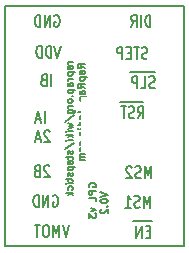
<source format=gbo>
G04 (created by PCBNEW (2013-07-07 BZR 4022)-stable) date 19-01-2014 11:17:58 PM*
%MOIN*%
G04 Gerber Fmt 3.4, Leading zero omitted, Abs format*
%FSLAX34Y34*%
G01*
G70*
G90*
G04 APERTURE LIST*
%ADD10C,0.00590551*%
%ADD11C,0.0059*%
%ADD12C,0.0071*%
%ADD13C,0.007875*%
%ADD14C,0.0079*%
%ADD15C,0.005*%
%ADD16R,0.1184X0.1901*%
%ADD17C,0.075*%
G04 APERTURE END LIST*
G54D10*
G54D11*
X2749Y5979D02*
X2636Y6058D01*
X2749Y6114D02*
X2513Y6114D01*
X2513Y6024D01*
X2524Y6002D01*
X2535Y5990D01*
X2558Y5979D01*
X2591Y5979D01*
X2614Y5990D01*
X2625Y6002D01*
X2636Y6024D01*
X2636Y6114D01*
X2737Y5788D02*
X2749Y5810D01*
X2749Y5855D01*
X2737Y5878D01*
X2715Y5889D01*
X2625Y5889D01*
X2603Y5878D01*
X2591Y5855D01*
X2591Y5810D01*
X2603Y5788D01*
X2625Y5777D01*
X2648Y5777D01*
X2670Y5889D01*
X2591Y5676D02*
X2827Y5676D01*
X2603Y5676D02*
X2591Y5653D01*
X2591Y5608D01*
X2603Y5586D01*
X2614Y5574D01*
X2636Y5563D01*
X2704Y5563D01*
X2726Y5574D01*
X2737Y5586D01*
X2749Y5608D01*
X2749Y5653D01*
X2737Y5676D01*
X2749Y5327D02*
X2636Y5406D01*
X2749Y5462D02*
X2513Y5462D01*
X2513Y5372D01*
X2524Y5350D01*
X2535Y5338D01*
X2558Y5327D01*
X2591Y5327D01*
X2614Y5338D01*
X2625Y5350D01*
X2636Y5372D01*
X2636Y5462D01*
X2749Y5125D02*
X2625Y5125D01*
X2603Y5136D01*
X2591Y5159D01*
X2591Y5204D01*
X2603Y5226D01*
X2737Y5125D02*
X2749Y5147D01*
X2749Y5204D01*
X2737Y5226D01*
X2715Y5237D01*
X2692Y5237D01*
X2670Y5226D01*
X2659Y5204D01*
X2659Y5147D01*
X2648Y5125D01*
X2591Y5013D02*
X2827Y5013D01*
X2603Y5013D02*
X2591Y4990D01*
X2591Y4945D01*
X2603Y4923D01*
X2614Y4911D01*
X2636Y4900D01*
X2704Y4900D01*
X2726Y4911D01*
X2737Y4923D01*
X2749Y4945D01*
X2749Y4990D01*
X2737Y5013D01*
X2659Y4799D02*
X2659Y4619D01*
X2749Y4507D02*
X2513Y4507D01*
X2591Y4394D02*
X2749Y4394D01*
X2614Y4394D02*
X2603Y4383D01*
X2591Y4361D01*
X2591Y4327D01*
X2603Y4305D01*
X2625Y4293D01*
X2749Y4293D01*
X2749Y4080D02*
X2513Y4080D01*
X2737Y4080D02*
X2749Y4102D01*
X2749Y4147D01*
X2737Y4170D01*
X2726Y4181D01*
X2704Y4192D01*
X2636Y4192D01*
X2614Y4181D01*
X2603Y4170D01*
X2591Y4147D01*
X2591Y4102D01*
X2603Y4080D01*
X2749Y3967D02*
X2591Y3967D01*
X2513Y3967D02*
X2524Y3979D01*
X2535Y3967D01*
X2524Y3956D01*
X2513Y3967D01*
X2535Y3967D01*
X2749Y3754D02*
X2625Y3754D01*
X2603Y3765D01*
X2591Y3788D01*
X2591Y3833D01*
X2603Y3855D01*
X2737Y3754D02*
X2749Y3776D01*
X2749Y3833D01*
X2737Y3855D01*
X2715Y3866D01*
X2692Y3866D01*
X2670Y3855D01*
X2659Y3833D01*
X2659Y3776D01*
X2648Y3754D01*
X2726Y3642D02*
X2737Y3630D01*
X2749Y3642D01*
X2737Y3653D01*
X2726Y3642D01*
X2749Y3642D01*
X2737Y3428D02*
X2749Y3451D01*
X2749Y3495D01*
X2737Y3518D01*
X2726Y3529D01*
X2704Y3540D01*
X2636Y3540D01*
X2614Y3529D01*
X2603Y3518D01*
X2591Y3495D01*
X2591Y3451D01*
X2603Y3428D01*
X2749Y3293D02*
X2737Y3316D01*
X2726Y3327D01*
X2704Y3338D01*
X2636Y3338D01*
X2614Y3327D01*
X2603Y3316D01*
X2591Y3293D01*
X2591Y3259D01*
X2603Y3237D01*
X2614Y3226D01*
X2636Y3215D01*
X2704Y3215D01*
X2726Y3226D01*
X2737Y3237D01*
X2749Y3259D01*
X2749Y3293D01*
X2749Y3113D02*
X2591Y3113D01*
X2614Y3113D02*
X2603Y3102D01*
X2591Y3080D01*
X2591Y3046D01*
X2603Y3023D01*
X2625Y3012D01*
X2749Y3012D01*
X2625Y3012D02*
X2603Y3001D01*
X2591Y2979D01*
X2591Y2945D01*
X2603Y2922D01*
X2625Y2911D01*
X2749Y2911D01*
X2345Y6194D02*
X2188Y6194D01*
X2233Y6194D02*
X2210Y6183D01*
X2199Y6172D01*
X2188Y6149D01*
X2188Y6127D01*
X2334Y5958D02*
X2345Y5981D01*
X2345Y6025D01*
X2334Y6048D01*
X2311Y6059D01*
X2221Y6059D01*
X2199Y6048D01*
X2188Y6025D01*
X2188Y5981D01*
X2199Y5958D01*
X2221Y5947D01*
X2244Y5947D01*
X2266Y6059D01*
X2188Y5846D02*
X2424Y5846D01*
X2199Y5846D02*
X2188Y5823D01*
X2188Y5778D01*
X2199Y5756D01*
X2210Y5744D01*
X2233Y5733D01*
X2300Y5733D01*
X2323Y5744D01*
X2334Y5756D01*
X2345Y5778D01*
X2345Y5823D01*
X2334Y5846D01*
X2345Y5632D02*
X2188Y5632D01*
X2233Y5632D02*
X2210Y5621D01*
X2199Y5610D01*
X2188Y5587D01*
X2188Y5565D01*
X2345Y5385D02*
X2221Y5385D01*
X2199Y5396D01*
X2188Y5419D01*
X2188Y5464D01*
X2199Y5486D01*
X2334Y5385D02*
X2345Y5407D01*
X2345Y5464D01*
X2334Y5486D01*
X2311Y5497D01*
X2289Y5497D01*
X2266Y5486D01*
X2255Y5464D01*
X2255Y5407D01*
X2244Y5385D01*
X2188Y5273D02*
X2424Y5273D01*
X2199Y5273D02*
X2188Y5250D01*
X2188Y5205D01*
X2199Y5183D01*
X2210Y5171D01*
X2233Y5160D01*
X2300Y5160D01*
X2323Y5171D01*
X2334Y5183D01*
X2345Y5205D01*
X2345Y5250D01*
X2334Y5273D01*
X2323Y5059D02*
X2334Y5048D01*
X2345Y5059D01*
X2334Y5070D01*
X2323Y5059D01*
X2345Y5059D01*
X2345Y4913D02*
X2334Y4935D01*
X2323Y4947D01*
X2300Y4958D01*
X2233Y4958D01*
X2210Y4947D01*
X2199Y4935D01*
X2188Y4913D01*
X2188Y4879D01*
X2199Y4857D01*
X2210Y4845D01*
X2233Y4834D01*
X2300Y4834D01*
X2323Y4845D01*
X2334Y4857D01*
X2345Y4879D01*
X2345Y4913D01*
X2345Y4733D02*
X2188Y4733D01*
X2233Y4733D02*
X2210Y4722D01*
X2199Y4711D01*
X2188Y4688D01*
X2188Y4666D01*
X2188Y4486D02*
X2379Y4486D01*
X2401Y4497D01*
X2412Y4508D01*
X2424Y4531D01*
X2424Y4565D01*
X2412Y4587D01*
X2334Y4486D02*
X2345Y4508D01*
X2345Y4553D01*
X2334Y4576D01*
X2323Y4587D01*
X2300Y4598D01*
X2233Y4598D01*
X2210Y4587D01*
X2199Y4576D01*
X2188Y4553D01*
X2188Y4508D01*
X2199Y4486D01*
X2098Y4205D02*
X2401Y4407D01*
X2188Y4149D02*
X2345Y4104D01*
X2233Y4059D01*
X2345Y4014D01*
X2188Y3969D01*
X2345Y3879D02*
X2188Y3879D01*
X2109Y3879D02*
X2120Y3890D01*
X2132Y3879D01*
X2120Y3868D01*
X2109Y3879D01*
X2132Y3879D01*
X2345Y3767D02*
X2109Y3767D01*
X2255Y3744D02*
X2345Y3677D01*
X2188Y3677D02*
X2278Y3767D01*
X2345Y3576D02*
X2188Y3576D01*
X2109Y3576D02*
X2120Y3587D01*
X2132Y3576D01*
X2120Y3564D01*
X2109Y3576D01*
X2132Y3576D01*
X2098Y3295D02*
X2401Y3497D01*
X2334Y3227D02*
X2345Y3205D01*
X2345Y3160D01*
X2334Y3137D01*
X2311Y3126D01*
X2300Y3126D01*
X2278Y3137D01*
X2266Y3160D01*
X2266Y3193D01*
X2255Y3216D01*
X2233Y3227D01*
X2221Y3227D01*
X2199Y3216D01*
X2188Y3193D01*
X2188Y3160D01*
X2199Y3137D01*
X2188Y3059D02*
X2188Y2969D01*
X2109Y3025D02*
X2311Y3025D01*
X2334Y3014D01*
X2345Y2991D01*
X2345Y2969D01*
X2334Y2800D02*
X2345Y2823D01*
X2345Y2868D01*
X2334Y2890D01*
X2311Y2901D01*
X2221Y2901D01*
X2199Y2890D01*
X2188Y2868D01*
X2188Y2823D01*
X2199Y2800D01*
X2221Y2789D01*
X2244Y2789D01*
X2266Y2901D01*
X2188Y2688D02*
X2424Y2688D01*
X2199Y2688D02*
X2188Y2665D01*
X2188Y2620D01*
X2199Y2598D01*
X2210Y2587D01*
X2233Y2575D01*
X2300Y2575D01*
X2323Y2587D01*
X2334Y2598D01*
X2345Y2620D01*
X2345Y2665D01*
X2334Y2688D01*
X2334Y2485D02*
X2345Y2463D01*
X2345Y2418D01*
X2334Y2396D01*
X2311Y2384D01*
X2300Y2384D01*
X2278Y2396D01*
X2266Y2418D01*
X2266Y2452D01*
X2255Y2474D01*
X2233Y2485D01*
X2221Y2485D01*
X2199Y2474D01*
X2188Y2452D01*
X2188Y2418D01*
X2199Y2396D01*
X2188Y2317D02*
X2188Y2227D01*
X2109Y2283D02*
X2311Y2283D01*
X2334Y2272D01*
X2345Y2249D01*
X2345Y2227D01*
X2345Y2148D02*
X2188Y2148D01*
X2109Y2148D02*
X2120Y2160D01*
X2132Y2148D01*
X2120Y2137D01*
X2109Y2148D01*
X2132Y2148D01*
X2334Y1935D02*
X2345Y1957D01*
X2345Y2002D01*
X2334Y2025D01*
X2323Y2036D01*
X2300Y2047D01*
X2233Y2047D01*
X2210Y2036D01*
X2199Y2025D01*
X2188Y2002D01*
X2188Y1957D01*
X2199Y1935D01*
X2345Y1834D02*
X2109Y1834D01*
X2255Y1811D02*
X2345Y1744D01*
X2188Y1744D02*
X2278Y1834D01*
X2895Y2018D02*
X2884Y2041D01*
X2884Y2075D01*
X2895Y2108D01*
X2918Y2131D01*
X2940Y2142D01*
X2985Y2153D01*
X3019Y2153D01*
X3064Y2142D01*
X3086Y2131D01*
X3109Y2108D01*
X3120Y2075D01*
X3120Y2052D01*
X3109Y2018D01*
X3098Y2007D01*
X3019Y2007D01*
X3019Y2052D01*
X3120Y1906D02*
X2884Y1906D01*
X2884Y1816D01*
X2895Y1794D01*
X2907Y1782D01*
X2929Y1771D01*
X2963Y1771D01*
X2985Y1782D01*
X2996Y1794D01*
X3008Y1816D01*
X3008Y1906D01*
X3120Y1558D02*
X3120Y1670D01*
X2884Y1670D01*
X2963Y1322D02*
X3120Y1265D01*
X2963Y1209D01*
X2884Y1142D02*
X2884Y996D01*
X2974Y1074D01*
X2974Y1041D01*
X2985Y1018D01*
X2996Y1007D01*
X3019Y996D01*
X3075Y996D01*
X3098Y1007D01*
X3109Y1018D01*
X3120Y1041D01*
X3120Y1108D01*
X3109Y1131D01*
X3098Y1142D01*
X3273Y1844D02*
X3509Y1766D01*
X3273Y1687D01*
X3273Y1563D02*
X3273Y1541D01*
X3285Y1518D01*
X3296Y1507D01*
X3318Y1496D01*
X3363Y1485D01*
X3420Y1485D01*
X3464Y1496D01*
X3487Y1507D01*
X3498Y1518D01*
X3509Y1541D01*
X3509Y1563D01*
X3498Y1586D01*
X3487Y1597D01*
X3464Y1608D01*
X3420Y1619D01*
X3363Y1619D01*
X3318Y1608D01*
X3296Y1597D01*
X3285Y1586D01*
X3273Y1563D01*
X3487Y1383D02*
X3498Y1372D01*
X3509Y1383D01*
X3498Y1395D01*
X3487Y1383D01*
X3509Y1383D01*
X3296Y1282D02*
X3285Y1271D01*
X3273Y1249D01*
X3273Y1192D01*
X3285Y1170D01*
X3296Y1159D01*
X3318Y1147D01*
X3341Y1147D01*
X3375Y1159D01*
X3509Y1294D01*
X3509Y1147D01*
G54D12*
X4250Y5850D02*
X5075Y5850D01*
X3925Y4850D02*
X4675Y4850D01*
X4350Y875D02*
X5000Y875D01*
G54D13*
X4940Y7365D02*
X4940Y7759D01*
X4865Y7759D01*
X4820Y7740D01*
X4790Y7703D01*
X4775Y7665D01*
X4760Y7590D01*
X4760Y7534D01*
X4775Y7459D01*
X4790Y7421D01*
X4820Y7384D01*
X4865Y7365D01*
X4940Y7365D01*
X4625Y7365D02*
X4625Y7759D01*
X4295Y7365D02*
X4400Y7553D01*
X4475Y7365D02*
X4475Y7759D01*
X4355Y7759D01*
X4325Y7740D01*
X4310Y7722D01*
X4295Y7684D01*
X4295Y7628D01*
X4310Y7590D01*
X4325Y7571D01*
X4355Y7553D01*
X4475Y7553D01*
G54D14*
G54D13*
X4835Y6309D02*
X4790Y6290D01*
X4715Y6290D01*
X4685Y6309D01*
X4670Y6328D01*
X4655Y6365D01*
X4655Y6403D01*
X4670Y6440D01*
X4685Y6459D01*
X4715Y6478D01*
X4775Y6496D01*
X4805Y6515D01*
X4820Y6534D01*
X4835Y6571D01*
X4835Y6609D01*
X4820Y6647D01*
X4805Y6665D01*
X4775Y6684D01*
X4700Y6684D01*
X4655Y6665D01*
X4565Y6684D02*
X4385Y6684D01*
X4475Y6290D02*
X4475Y6684D01*
X4280Y6496D02*
X4175Y6496D01*
X4130Y6290D02*
X4280Y6290D01*
X4280Y6684D01*
X4130Y6684D01*
X3995Y6290D02*
X3995Y6684D01*
X3875Y6684D01*
X3845Y6665D01*
X3830Y6647D01*
X3815Y6609D01*
X3815Y6553D01*
X3830Y6515D01*
X3845Y6496D01*
X3875Y6478D01*
X3995Y6478D01*
G54D14*
G54D13*
X5075Y5334D02*
X5030Y5315D01*
X4955Y5315D01*
X4925Y5334D01*
X4910Y5353D01*
X4895Y5390D01*
X4895Y5428D01*
X4910Y5465D01*
X4925Y5484D01*
X4955Y5503D01*
X5015Y5521D01*
X5045Y5540D01*
X5060Y5559D01*
X5075Y5596D01*
X5075Y5634D01*
X5060Y5672D01*
X5045Y5690D01*
X5015Y5709D01*
X4940Y5709D01*
X4895Y5690D01*
X4610Y5315D02*
X4760Y5315D01*
X4760Y5709D01*
X4505Y5315D02*
X4505Y5709D01*
X4385Y5709D01*
X4355Y5690D01*
X4340Y5672D01*
X4325Y5634D01*
X4325Y5578D01*
X4340Y5540D01*
X4355Y5521D01*
X4385Y5503D01*
X4505Y5503D01*
G54D14*
G54D13*
X4522Y4315D02*
X4627Y4503D01*
X4702Y4315D02*
X4702Y4709D01*
X4582Y4709D01*
X4552Y4690D01*
X4537Y4672D01*
X4522Y4634D01*
X4522Y4578D01*
X4537Y4540D01*
X4552Y4521D01*
X4582Y4503D01*
X4702Y4503D01*
X4402Y4334D02*
X4357Y4315D01*
X4282Y4315D01*
X4252Y4334D01*
X4237Y4353D01*
X4222Y4390D01*
X4222Y4428D01*
X4237Y4465D01*
X4252Y4484D01*
X4282Y4503D01*
X4342Y4521D01*
X4372Y4540D01*
X4387Y4559D01*
X4402Y4596D01*
X4402Y4634D01*
X4387Y4672D01*
X4372Y4690D01*
X4342Y4709D01*
X4267Y4709D01*
X4222Y4690D01*
X4132Y4709D02*
X3952Y4709D01*
X4042Y4315D02*
X4042Y4709D01*
G54D14*
G54D13*
X4955Y2315D02*
X4955Y2709D01*
X4850Y2428D01*
X4745Y2709D01*
X4745Y2315D01*
X4610Y2334D02*
X4565Y2315D01*
X4490Y2315D01*
X4460Y2334D01*
X4445Y2353D01*
X4430Y2390D01*
X4430Y2428D01*
X4445Y2465D01*
X4460Y2484D01*
X4490Y2503D01*
X4550Y2521D01*
X4580Y2540D01*
X4595Y2559D01*
X4610Y2596D01*
X4610Y2634D01*
X4595Y2672D01*
X4580Y2690D01*
X4550Y2709D01*
X4475Y2709D01*
X4430Y2690D01*
X4310Y2672D02*
X4295Y2690D01*
X4265Y2709D01*
X4190Y2709D01*
X4160Y2690D01*
X4145Y2672D01*
X4130Y2634D01*
X4130Y2596D01*
X4145Y2540D01*
X4325Y2315D01*
X4130Y2315D01*
G54D14*
G54D13*
X4930Y1340D02*
X4930Y1734D01*
X4825Y1453D01*
X4720Y1734D01*
X4720Y1340D01*
X4585Y1359D02*
X4540Y1340D01*
X4465Y1340D01*
X4435Y1359D01*
X4420Y1378D01*
X4405Y1415D01*
X4405Y1453D01*
X4420Y1490D01*
X4435Y1509D01*
X4465Y1528D01*
X4525Y1546D01*
X4555Y1565D01*
X4570Y1584D01*
X4585Y1621D01*
X4585Y1659D01*
X4570Y1697D01*
X4555Y1715D01*
X4525Y1734D01*
X4450Y1734D01*
X4405Y1715D01*
X4105Y1340D02*
X4285Y1340D01*
X4195Y1340D02*
X4195Y1734D01*
X4225Y1678D01*
X4255Y1640D01*
X4285Y1621D01*
G54D14*
G54D13*
X4932Y546D02*
X4827Y546D01*
X4782Y340D02*
X4932Y340D01*
X4932Y734D01*
X4782Y734D01*
X4647Y340D02*
X4647Y734D01*
X4467Y340D01*
X4467Y734D01*
G54D14*
G54D13*
X2220Y759D02*
X2115Y365D01*
X2010Y759D01*
X1905Y365D02*
X1905Y759D01*
X1800Y478D01*
X1695Y759D01*
X1695Y365D01*
X1485Y759D02*
X1425Y759D01*
X1395Y740D01*
X1365Y703D01*
X1350Y628D01*
X1350Y496D01*
X1365Y421D01*
X1395Y384D01*
X1425Y365D01*
X1485Y365D01*
X1515Y384D01*
X1545Y421D01*
X1560Y496D01*
X1560Y628D01*
X1545Y703D01*
X1515Y740D01*
X1485Y759D01*
X1260Y759D02*
X1080Y759D01*
X1170Y365D02*
X1170Y759D01*
G54D14*
G54D13*
X1690Y1740D02*
X1720Y1759D01*
X1765Y1759D01*
X1810Y1740D01*
X1840Y1703D01*
X1855Y1665D01*
X1870Y1590D01*
X1870Y1534D01*
X1855Y1459D01*
X1840Y1421D01*
X1810Y1384D01*
X1765Y1365D01*
X1735Y1365D01*
X1690Y1384D01*
X1675Y1403D01*
X1675Y1534D01*
X1735Y1534D01*
X1540Y1365D02*
X1540Y1759D01*
X1360Y1365D01*
X1360Y1759D01*
X1210Y1365D02*
X1210Y1759D01*
X1135Y1759D01*
X1090Y1740D01*
X1060Y1703D01*
X1045Y1665D01*
X1030Y1590D01*
X1030Y1534D01*
X1045Y1459D01*
X1060Y1421D01*
X1090Y1384D01*
X1135Y1365D01*
X1210Y1365D01*
G54D14*
G54D13*
X1572Y2722D02*
X1557Y2740D01*
X1527Y2759D01*
X1452Y2759D01*
X1422Y2740D01*
X1407Y2722D01*
X1392Y2684D01*
X1392Y2646D01*
X1407Y2590D01*
X1587Y2365D01*
X1392Y2365D01*
X1152Y2571D02*
X1107Y2553D01*
X1092Y2534D01*
X1077Y2496D01*
X1077Y2440D01*
X1092Y2403D01*
X1107Y2384D01*
X1137Y2365D01*
X1257Y2365D01*
X1257Y2759D01*
X1152Y2759D01*
X1122Y2740D01*
X1107Y2722D01*
X1092Y2684D01*
X1092Y2646D01*
X1107Y2609D01*
X1122Y2590D01*
X1152Y2571D01*
X1257Y2571D01*
G54D14*
G54D13*
X1575Y3872D02*
X1560Y3890D01*
X1530Y3909D01*
X1455Y3909D01*
X1425Y3890D01*
X1410Y3872D01*
X1395Y3834D01*
X1395Y3796D01*
X1410Y3740D01*
X1590Y3515D01*
X1395Y3515D01*
X1275Y3628D02*
X1125Y3628D01*
X1305Y3515D02*
X1200Y3909D01*
X1095Y3515D01*
G54D14*
G54D13*
X1410Y4165D02*
X1410Y4559D01*
X1275Y4278D02*
X1125Y4278D01*
X1305Y4165D02*
X1200Y4559D01*
X1095Y4165D01*
G54D14*
G54D13*
X1632Y5390D02*
X1632Y5784D01*
X1377Y5596D02*
X1332Y5578D01*
X1317Y5559D01*
X1302Y5521D01*
X1302Y5465D01*
X1317Y5428D01*
X1332Y5409D01*
X1362Y5390D01*
X1482Y5390D01*
X1482Y5784D01*
X1377Y5784D01*
X1347Y5765D01*
X1332Y5747D01*
X1317Y5709D01*
X1317Y5671D01*
X1332Y5634D01*
X1347Y5615D01*
X1377Y5596D01*
X1482Y5596D01*
G54D14*
G54D13*
X1945Y6734D02*
X1840Y6340D01*
X1735Y6734D01*
X1630Y6340D02*
X1630Y6734D01*
X1555Y6734D01*
X1510Y6715D01*
X1480Y6678D01*
X1465Y6640D01*
X1450Y6565D01*
X1450Y6509D01*
X1465Y6434D01*
X1480Y6396D01*
X1510Y6359D01*
X1555Y6340D01*
X1630Y6340D01*
X1315Y6340D02*
X1315Y6734D01*
X1240Y6734D01*
X1195Y6715D01*
X1165Y6678D01*
X1150Y6640D01*
X1135Y6565D01*
X1135Y6509D01*
X1150Y6434D01*
X1165Y6396D01*
X1195Y6359D01*
X1240Y6340D01*
X1315Y6340D01*
G54D14*
G54D13*
X1740Y7740D02*
X1770Y7759D01*
X1815Y7759D01*
X1860Y7740D01*
X1890Y7703D01*
X1905Y7665D01*
X1920Y7590D01*
X1920Y7534D01*
X1905Y7459D01*
X1890Y7421D01*
X1860Y7384D01*
X1815Y7365D01*
X1785Y7365D01*
X1740Y7384D01*
X1725Y7403D01*
X1725Y7534D01*
X1785Y7534D01*
X1590Y7365D02*
X1590Y7759D01*
X1410Y7365D01*
X1410Y7759D01*
X1260Y7365D02*
X1260Y7759D01*
X1185Y7759D01*
X1140Y7740D01*
X1110Y7703D01*
X1095Y7665D01*
X1080Y7590D01*
X1080Y7534D01*
X1095Y7459D01*
X1110Y7421D01*
X1140Y7384D01*
X1185Y7365D01*
X1260Y7365D01*
G54D14*
G54D15*
X100Y50D02*
X100Y8050D01*
X6050Y50D02*
X100Y50D01*
X6050Y8050D02*
X6050Y50D01*
X100Y8050D02*
X6050Y8050D01*
%LPC*%
G54D13*
X4290Y4072D02*
X4290Y3892D01*
X4684Y3982D02*
X4290Y3982D01*
X4290Y3817D02*
X4290Y3622D01*
X4440Y3727D01*
X4440Y3682D01*
X4459Y3652D01*
X4478Y3637D01*
X4515Y3622D01*
X4609Y3622D01*
X4646Y3637D01*
X4665Y3652D01*
X4684Y3682D01*
X4684Y3772D01*
X4665Y3802D01*
X4646Y3817D01*
X4684Y3487D02*
X4290Y3487D01*
X4290Y3367D01*
X4309Y3337D01*
X4328Y3322D01*
X4365Y3307D01*
X4421Y3307D01*
X4459Y3322D01*
X4478Y3337D01*
X4496Y3367D01*
X4496Y3487D01*
X4290Y3202D02*
X4290Y3007D01*
X4440Y3112D01*
X4440Y3067D01*
X4459Y3037D01*
X4478Y3022D01*
X4515Y3007D01*
X4609Y3007D01*
X4646Y3022D01*
X4665Y3037D01*
X4684Y3067D01*
X4684Y3157D01*
X4665Y3187D01*
X4646Y3202D01*
G54D14*
G54D16*
X3225Y4075D03*
G54D17*
X5550Y550D03*
X5550Y1550D03*
X5550Y2550D03*
X5550Y3550D03*
X5550Y4550D03*
X5550Y5550D03*
X5550Y6550D03*
X5550Y7550D03*
X550Y550D03*
X550Y1550D03*
X550Y2550D03*
X550Y3550D03*
X550Y4550D03*
X550Y5550D03*
X550Y6550D03*
X550Y7550D03*
M02*

</source>
